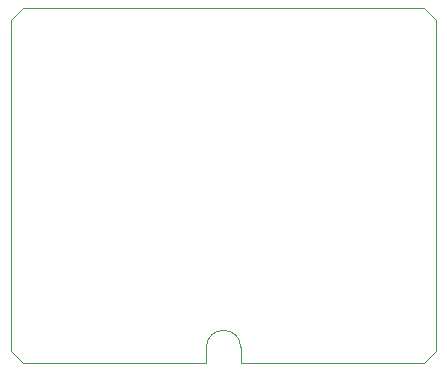
<source format=gbr>
%TF.GenerationSoftware,KiCad,Pcbnew,9.0.2*%
%TF.CreationDate,2025-11-14T17:05:06-08:00*%
%TF.ProjectId,pico2-nx-module,7069636f-322d-46e7-982d-6d6f64756c65,rev?*%
%TF.SameCoordinates,Original*%
%TF.FileFunction,Profile,NP*%
%FSLAX46Y46*%
G04 Gerber Fmt 4.6, Leading zero omitted, Abs format (unit mm)*
G04 Created by KiCad (PCBNEW 9.0.2) date 2025-11-14 17:05:06*
%MOMM*%
%LPD*%
G01*
G04 APERTURE LIST*
%TA.AperFunction,Profile*%
%ADD10C,0.050000*%
%TD*%
G04 APERTURE END LIST*
D10*
X135000000Y-70000000D02*
X101000000Y-70000000D01*
X135000000Y-100000000D02*
X136000000Y-99000000D01*
X101000000Y-100000000D02*
X100000000Y-99000000D01*
X119450000Y-100000000D02*
X119450000Y-98700000D01*
X119450000Y-100000000D02*
X135000000Y-100000000D01*
X136000000Y-99000000D02*
X136000000Y-71000000D01*
X116550000Y-98700000D02*
G75*
G02*
X119450000Y-98700000I1450000J0D01*
G01*
X101000000Y-70000000D02*
X100000000Y-71000000D01*
X116550000Y-100000000D02*
X116550000Y-98700000D01*
X135000000Y-70000000D02*
X136000000Y-71000000D01*
X116550000Y-100000000D02*
X101000000Y-100000000D01*
X100000000Y-99000000D02*
X100000000Y-71000000D01*
M02*

</source>
